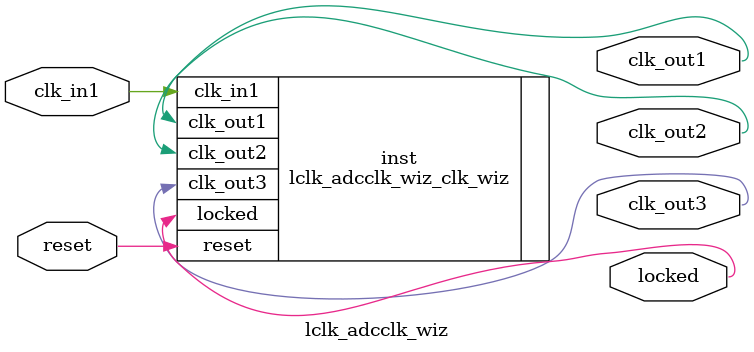
<source format=v>


`timescale 1ps/1ps

(* CORE_GENERATION_INFO = "lclk_adcclk_wiz,clk_wiz_v6_0_3_0_0,{component_name=lclk_adcclk_wiz,use_phase_alignment=true,use_min_o_jitter=false,use_max_i_jitter=false,use_dyn_phase_shift=false,use_inclk_switchover=false,use_dyn_reconfig=false,enable_axi=0,feedback_source=FDBK_AUTO,PRIMITIVE=MMCM,num_out_clk=3,clkin1_period=50.000,clkin2_period=10.0,use_power_down=false,use_reset=true,use_locked=true,use_inclk_stopped=false,feedback_type=SINGLE,CLOCK_MGR_TYPE=NA,manual_override=false}" *)

module lclk_adcclk_wiz 
 (
  // Clock out ports
  output        clk_out1,
  output        clk_out2,
  output        clk_out3,
  // Status and control signals
  input         reset,
  output        locked,
 // Clock in ports
  input         clk_in1
 );

  lclk_adcclk_wiz_clk_wiz inst
  (
  // Clock out ports  
  .clk_out1(clk_out1),
  .clk_out2(clk_out2),
  .clk_out3(clk_out3),
  // Status and control signals               
  .reset(reset), 
  .locked(locked),
 // Clock in ports
  .clk_in1(clk_in1)
  );

endmodule

</source>
